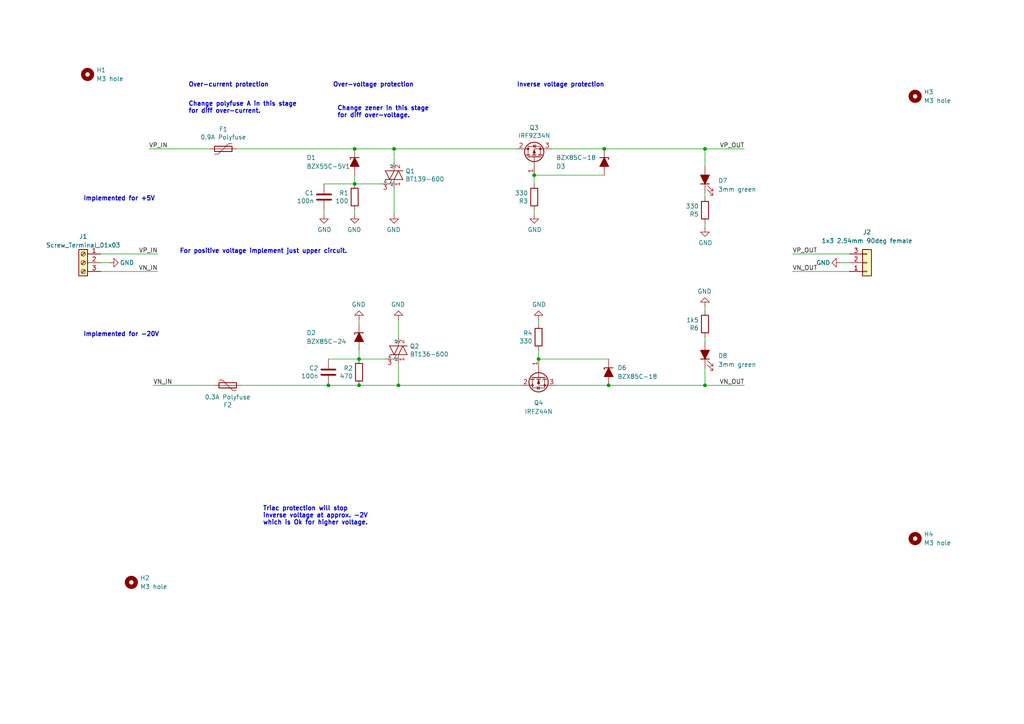
<source format=kicad_sch>
(kicad_sch (version 20211123) (generator eeschema)
  (paper "A4")
  (lib_symbols
    (symbol "Connector:Barrel_Jack_Switch" (pin_names hide)
      (property "Reference" "J" (at 0 5.334 0))
      (property "Value" "Barrel_Jack_Switch" (at 0 -5.08 0))
      (symbol "Barrel_Jack_Switch_0_1"
        (rectangle (start -5.08 3.81) (end 5.08 -3.81) (stroke (width 0.254)) (fill (type background)))
        (arc (start -3.302 3.175) (mid -3.937 2.54) (end -3.302 1.905) (stroke (width 0.254)))
        (arc (start -3.302 3.175) (mid -3.937 2.54) (end -3.302 1.905) (stroke (width 0.254)) (fill (type outline)))
        (polyline (pts (xy 1.27 -2.286) (xy 1.905 -1.651)) (stroke (width 0.254)))
        (polyline (pts (xy 5.08 2.54) (xy 3.81 2.54)) (stroke (width 0.254)))
        (polyline (pts (xy 5.08 0) (xy 1.27 0) (xy 1.27 -2.286) (xy 0.635 -1.651)) (stroke (width 0.254)))
        (polyline (pts (xy -3.81 -2.54) (xy -2.54 -2.54) (xy -1.27 -1.27) (xy 0 -2.54) (xy 2.54 -2.54) (xy 5.08 -2.54)) (stroke (width 0.254)))
        (rectangle (start 3.683 3.175) (end -3.302 1.905) (stroke (width 0.254)) (fill (type outline)))
      )
      (symbol "Barrel_Jack_Switch_1_1"
        (pin passive line (at 7.62 2.54 180) (length 2.54) (name "~") (number "1"))
        (pin passive line (at 7.62 -2.54 180) (length 2.54) (name "~") (number "2"))
        (pin passive line (at 7.62 0 180) (length 2.54) (name "~") (number "3"))
      )
    )
    (symbol "Connector:Screw_Terminal_01x03" (pin_names (offset 1.016) hide)
      (property "Reference" "J" (at 0 5.08 0))
      (property "Value" "Screw_Terminal_01x03" (at 0 -5.08 0))
      (symbol "Screw_Terminal_01x03_1_1"
        (rectangle (start -1.27 3.81) (end 1.27 -3.81) (stroke (width 0.254)) (fill (type background)))
        (circle (center 0 -2.54) (radius 0.635) (stroke (width 0.1524)))
        (polyline (pts (xy -0.5334 -2.2098) (xy 0.3302 -3.048)) (stroke (width 0.1524)))
        (polyline (pts (xy -0.5334 0.3302) (xy 0.3302 -0.508)) (stroke (width 0.1524)))
        (polyline (pts (xy -0.5334 2.8702) (xy 0.3302 2.032)) (stroke (width 0.1524)))
        (polyline (pts (xy -0.3556 -2.032) (xy 0.508 -2.8702)) (stroke (width 0.1524)))
        (polyline (pts (xy -0.3556 0.508) (xy 0.508 -0.3302)) (stroke (width 0.1524)))
        (polyline (pts (xy -0.3556 3.048) (xy 0.508 2.2098)) (stroke (width 0.1524)))
        (circle (center 0 0) (radius 0.635) (stroke (width 0.1524)))
        (circle (center 0 2.54) (radius 0.635) (stroke (width 0.1524)))
        (pin passive line (at -5.08 2.54 0) (length 3.81) (name "Pin_1") (number "1"))
        (pin passive line (at -5.08 0 0) (length 3.81) (name "Pin_2") (number "2"))
        (pin passive line (at -5.08 -2.54 0) (length 3.81) (name "Pin_3") (number "3"))
      )
    )
    (symbol "Connector_Generic:Conn_01x03" (pin_names (offset 1.016) hide)
      (property "Reference" "J" (at 0 5.08 0))
      (property "Value" "Conn_01x03" (at 0 -5.08 0))
      (symbol "Conn_01x03_1_1"
        (rectangle (start -1.27 -2.413) (end 0 -2.667) (stroke (width 0.1524)))
        (rectangle (start -1.27 0.127) (end 0 -0.127) (stroke (width 0.1524)))
        (rectangle (start -1.27 2.667) (end 0 2.413) (stroke (width 0.1524)))
        (rectangle (start -1.27 3.81) (end 1.27 -3.81) (stroke (width 0.254)) (fill (type background)))
        (pin passive line (at -5.08 2.54 0) (length 3.81) (name "Pin_1") (number "1"))
        (pin passive line (at -5.08 0 0) (length 3.81) (name "Pin_2") (number "2"))
        (pin passive line (at -5.08 -2.54 0) (length 3.81) (name "Pin_3") (number "3"))
      )
    )
    (symbol "Device:C" (pin_numbers hide) (pin_names (offset 0.254))
      (property "Reference" "C" (at 0.635 2.54 0))
      (property "Value" "C" (at 0.635 -2.54 0))
      (symbol "C_0_1"
        (polyline (pts (xy -2.032 -0.762) (xy 2.032 -0.762)) (stroke (width 0.508)))
        (polyline (pts (xy -2.032 0.762) (xy 2.032 0.762)) (stroke (width 0.508)))
      )
      (symbol "C_1_1"
        (pin passive line (at 0 3.81 270) (length 2.794) (name "~") (number "1"))
        (pin passive line (at 0 -3.81 90) (length 2.794) (name "~") (number "2"))
      )
    )
    (symbol "Device:D_Zener_Filled" (pin_numbers hide) (pin_names (offset 1.016) hide)
      (property "Reference" "D" (at 0 2.54 0))
      (property "Value" "D_Zener_Filled" (at 0 -2.54 0))
      (symbol "D_Zener_Filled_0_1"
        (polyline (pts (xy 1.27 0) (xy -1.27 0)))
        (polyline (pts (xy -1.27 -1.27) (xy -1.27 1.27) (xy -0.762 1.27)) (stroke (width 0.254)))
        (polyline (pts (xy 1.27 -1.27) (xy 1.27 1.27) (xy -1.27 0) (xy 1.27 -1.27)) (stroke (width 0.254)) (fill (type outline)))
      )
      (symbol "D_Zener_Filled_1_1"
        (pin passive line (at -3.81 0 0) (length 2.54) (name "K") (number "1"))
        (pin passive line (at 3.81 0 180) (length 2.54) (name "A") (number "2"))
      )
    )
    (symbol "Device:LED_Filled" (pin_numbers hide) (pin_names (offset 1.016) hide)
      (property "Reference" "D" (at 0 2.54 0))
      (property "Value" "LED_Filled" (at 0 -2.54 0))
      (symbol "LED_Filled_0_1"
        (polyline (pts (xy -1.27 -1.27) (xy -1.27 1.27)) (stroke (width 0.254)))
        (polyline (pts (xy -1.27 0) (xy 1.27 0)))
        (polyline (pts (xy 1.27 -1.27) (xy 1.27 1.27) (xy -1.27 0) (xy 1.27 -1.27)) (stroke (width 0.254)) (fill (type outline)))
        (polyline (pts (xy -3.048 -0.762) (xy -4.572 -2.286) (xy -3.81 -2.286) (xy -4.572 -2.286) (xy -4.572 -1.524)))
        (polyline (pts (xy -1.778 -0.762) (xy -3.302 -2.286) (xy -2.54 -2.286) (xy -3.302 -2.286) (xy -3.302 -1.524)))
      )
      (symbol "LED_Filled_1_1"
        (pin passive line (at -3.81 0 0) (length 2.54) (name "K") (number "1"))
        (pin passive line (at 3.81 0 180) (length 2.54) (name "A") (number "2"))
      )
    )
    (symbol "Device:Polyfuse" (pin_numbers hide) (pin_names (offset 0))
      (property "Reference" "F" (at -2.54 0 90))
      (property "Value" "Polyfuse" (at 2.54 0 90))
      (symbol "Polyfuse_0_1"
        (rectangle (start -0.762 2.54) (end 0.762 -2.54) (stroke (width 0.254)))
        (polyline (pts (xy 0 2.54) (xy 0 -2.54)))
        (polyline (pts (xy -1.524 2.54) (xy -1.524 1.524) (xy 1.524 -1.524) (xy 1.524 -2.54)))
      )
      (symbol "Polyfuse_1_1"
        (pin passive line (at 0 3.81 270) (length 1.27) (name "~") (number "1"))
        (pin passive line (at 0 -3.81 90) (length 1.27) (name "~") (number "2"))
      )
    )
    (symbol "Device:Q_NMOS_GDS" (pin_names (offset 0) hide)
      (property "Reference" "Q" (at 5.08 1.27 0))
      (property "Value" "Q_NMOS_GDS" (at 5.08 -1.27 0))
      (symbol "Q_NMOS_GDS_0_1"
        (polyline (pts (xy 0.254 0) (xy -2.54 0)))
        (polyline (pts (xy 0.254 1.905) (xy 0.254 -1.905)) (stroke (width 0.254)))
        (polyline (pts (xy 0.762 -1.27) (xy 0.762 -2.286)) (stroke (width 0.254)))
        (polyline (pts (xy 0.762 0.508) (xy 0.762 -0.508)) (stroke (width 0.254)))
        (polyline (pts (xy 0.762 2.286) (xy 0.762 1.27)) (stroke (width 0.254)))
        (polyline (pts (xy 2.54 2.54) (xy 2.54 1.778)))
        (polyline (pts (xy 2.54 -2.54) (xy 2.54 0) (xy 0.762 0)))
        (polyline (pts (xy 0.762 -1.778) (xy 3.302 -1.778) (xy 3.302 1.778) (xy 0.762 1.778)))
        (polyline (pts (xy 1.016 0) (xy 2.032 0.381) (xy 2.032 -0.381) (xy 1.016 0)) (fill (type outline)))
        (polyline (pts (xy 2.794 0.508) (xy 2.921 0.381) (xy 3.683 0.381) (xy 3.81 0.254)))
        (polyline (pts (xy 3.302 0.381) (xy 2.921 -0.254) (xy 3.683 -0.254) (xy 3.302 0.381)))
        (circle (center 1.651 0) (radius 2.794) (stroke (width 0.254)))
        (circle (center 2.54 -1.778) (radius 0.254) (fill (type outline)))
        (circle (center 2.54 1.778) (radius 0.254) (fill (type outline)))
      )
      (symbol "Q_NMOS_GDS_1_1"
        (pin input line (at -5.08 0 0) (length 2.54) (name "G") (number "1"))
        (pin passive line (at 2.54 5.08 270) (length 2.54) (name "D") (number "2"))
        (pin passive line (at 2.54 -5.08 90) (length 2.54) (name "S") (number "3"))
      )
    )
    (symbol "Device:Q_PMOS_GDS" (pin_names (offset 0) hide)
      (property "Reference" "Q" (at 5.08 1.27 0))
      (property "Value" "Q_PMOS_GDS" (at 5.08 -1.27 0))
      (symbol "Q_PMOS_GDS_0_1"
        (polyline (pts (xy 0.254 0) (xy -2.54 0)))
        (polyline (pts (xy 0.254 1.905) (xy 0.254 -1.905)) (stroke (width 0.254)))
        (polyline (pts (xy 0.762 -1.27) (xy 0.762 -2.286)) (stroke (width 0.254)))
        (polyline (pts (xy 0.762 0.508) (xy 0.762 -0.508)) (stroke (width 0.254)))
        (polyline (pts (xy 0.762 2.286) (xy 0.762 1.27)) (stroke (width 0.254)))
        (polyline (pts (xy 2.54 2.54) (xy 2.54 1.778)))
        (polyline (pts (xy 2.54 -2.54) (xy 2.54 0) (xy 0.762 0)))
        (polyline (pts (xy 0.762 1.778) (xy 3.302 1.778) (xy 3.302 -1.778) (xy 0.762 -1.778)))
        (polyline (pts (xy 2.286 0) (xy 1.27 0.381) (xy 1.27 -0.381) (xy 2.286 0)) (fill (type outline)))
        (polyline (pts (xy 2.794 -0.508) (xy 2.921 -0.381) (xy 3.683 -0.381) (xy 3.81 -0.254)))
        (polyline (pts (xy 3.302 -0.381) (xy 2.921 0.254) (xy 3.683 0.254) (xy 3.302 -0.381)))
        (circle (center 1.651 0) (radius 2.794) (stroke (width 0.254)))
        (circle (center 2.54 -1.778) (radius 0.254) (fill (type outline)))
        (circle (center 2.54 1.778) (radius 0.254) (fill (type outline)))
      )
      (symbol "Q_PMOS_GDS_1_1"
        (pin input line (at -5.08 0 0) (length 2.54) (name "G") (number "1"))
        (pin passive line (at 2.54 5.08 270) (length 2.54) (name "D") (number "2"))
        (pin passive line (at 2.54 -5.08 90) (length 2.54) (name "S") (number "3"))
      )
    )
    (symbol "Device:R" (pin_numbers hide) (pin_names (offset 0))
      (property "Reference" "R" (at 2.032 0 90))
      (property "Value" "R" (at 0 0 90))
      (symbol "R_0_1"
        (rectangle (start -1.016 -2.54) (end 1.016 2.54) (stroke (width 0.254)))
      )
      (symbol "R_1_1"
        (pin passive line (at 0 3.81 270) (length 1.27) (name "~") (number "1"))
        (pin passive line (at 0 -3.81 90) (length 1.27) (name "~") (number "2"))
      )
    )
    (symbol "Mechanical:MountingHole" (pin_names (offset 1.016))
      (property "Reference" "H" (at 0 5.08 0))
      (property "Value" "MountingHole" (at 0 3.175 0))
      (symbol "MountingHole_0_1"
        (circle (center 0 0) (radius 1.27) (stroke (width 1.27)))
      )
    )
    (symbol "Triac_Thyristor:BT136-600" (pin_names (offset 0))
      (property "Reference" "Q" (at 5.08 1.905 0))
      (property "Value" "BT136-600" (at 5.08 0 0))
      (symbol "BT136-600_0_1"
        (polyline (pts (xy -2.54 -1.27) (xy 2.54 -1.27)) (stroke (width 0.2032)))
        (polyline (pts (xy -2.54 1.27) (xy 2.54 1.27)) (stroke (width 0.2032)))
        (polyline (pts (xy -1.27 -2.54) (xy -0.635 -1.27)))
        (polyline (pts (xy -2.54 1.27) (xy -1.27 -1.27) (xy 0 1.27)) (stroke (width 0.2032)))
        (polyline (pts (xy 0 -1.27) (xy 1.27 1.27) (xy 2.54 -1.27)) (stroke (width 0.2032)))
      )
      (symbol "BT136-600_1_1"
        (pin passive line (at 0 -3.81 90) (length 2.54) (name "A1") (number "1"))
        (pin passive line (at 0 3.81 270) (length 2.54) (name "A2") (number "2"))
        (pin input line (at -3.81 -2.54 0) (length 2.54) (name "G") (number "3"))
      )
    )
    (symbol "power:+5V" (power) (pin_names (offset 0))
      (property "Value" "+5V" (at 0 3.556 0))
      (symbol "+5V_0_1"
        (polyline (pts (xy -0.762 1.27) (xy 0 2.54)))
        (polyline (pts (xy 0 0) (xy 0 2.54)))
        (polyline (pts (xy 0 2.54) (xy 0.762 1.27)))
      )
      (symbol "+5V_1_1"
        (pin power_in line (at 0 0 90) (length 0) hide (name "+5V") (number "1"))
      )
    )
    (symbol "power:GND" (power) (pin_names (offset 0))
      (property "Value" "GND" (at 0 -3.81 0))
      (symbol "GND_0_1"
        (polyline (pts (xy 0 0) (xy 0 -1.27) (xy 1.27 -1.27) (xy 0 -2.54) (xy -1.27 -1.27) (xy 0 -1.27)))
      )
      (symbol "GND_1_1"
        (pin power_in line (at 0 0 270) (length 0) hide (name "GND") (number "1"))
      )
    )
  )
  (junction (at 175.26 -39.37))
  (junction (at 154.94 50.8))
  (junction (at 95.25 111.76))
  (junction (at 163.83 -29.21))
  (junction (at 115.57 111.76))
  (junction (at 114.3 43.18))
  (junction (at 104.14 104.14))
  (junction (at 175.26 43.18))
  (junction (at 104.14 111.76))
  (junction (at 204.47 43.18))
  (junction (at 156.21 104.14))
  (junction (at 204.47 111.76))
  (junction (at 163.83 -39.37))
  (junction (at 102.87 43.18))
  (junction (at 102.87 53.34))
  (junction (at 176.53 111.76))
  (wire (pts (xy 60.96 43.18) (xy 43.18 43.18)))
  (wire (pts (xy 204.47 66.04) (xy 204.47 64.77)))
  (wire (pts (xy 31.75 76.2) (xy 29.21 76.2)))
  (wire (pts (xy 102.87 50.8) (xy 102.87 53.34)))
  (wire (pts (xy 204.47 111.76) (xy 215.9 111.76)))
  (wire (pts (xy 204.47 106.68) (xy 204.47 111.76)))
  (wire (pts (xy 104.14 101.6) (xy 104.14 104.14)))
  (wire (pts (xy 154.94 53.34) (xy 154.94 50.8)))
  (wire (pts (xy 161.29 111.76) (xy 176.53 111.76)))
  (wire (pts (xy 102.87 43.18) (xy 114.3 43.18)))
  (wire (pts (xy 95.25 104.14) (xy 104.14 104.14)))
  (wire (pts (xy 104.14 111.76) (xy 115.57 111.76)))
  (wire (pts (xy 154.94 -20.32) (xy 154.94 -21.59)))
  (wire (pts (xy 163.83 -31.75) (xy 163.83 -29.21)))
  (wire (pts (xy 93.98 62.23) (xy 93.98 60.96)))
  (wire (pts (xy 104.14 92.71) (xy 104.14 93.98)))
  (wire (pts (xy 175.26 -35.56) (xy 175.26 -39.37)))
  (wire (pts (xy 204.47 43.18) (xy 204.47 48.26)))
  (wire (pts (xy 114.3 46.99) (xy 114.3 43.18)))
  (wire (pts (xy 160.02 43.18) (xy 175.26 43.18)))
  (wire (pts (xy 147.32 -39.37) (xy 163.83 -39.37)))
  (wire (pts (xy 95.25 111.76) (xy 104.14 111.76)))
  (wire (pts (xy 163.83 -20.32) (xy 163.83 -21.59)))
  (wire (pts (xy 204.47 43.18) (xy 215.9 43.18)))
  (wire (pts (xy 93.98 53.34) (xy 102.87 53.34)))
  (wire (pts (xy 163.83 -39.37) (xy 175.26 -39.37)))
  (wire (pts (xy 102.87 62.23) (xy 102.87 60.96)))
  (wire (pts (xy 110.49 53.34) (xy 102.87 53.34)))
  (wire (pts (xy 115.57 92.71) (xy 115.57 97.79)))
  (wire (pts (xy 29.21 78.74) (xy 45.72 78.74)))
  (wire (pts (xy 175.26 43.18) (xy 204.47 43.18)))
  (wire (pts (xy 29.21 73.66) (xy 45.72 73.66)))
  (wire (pts (xy 176.53 111.76) (xy 204.47 111.76)))
  (wire (pts (xy 139.7 -39.37) (xy 118.11 -39.37)))
  (wire (pts (xy 175.26 -20.32) (xy 175.26 -27.94)))
  (wire (pts (xy 204.47 88.9) (xy 204.47 90.17)))
  (wire (pts (xy 114.3 62.23) (xy 114.3 54.61)))
  (wire (pts (xy 118.11 -36.83) (xy 134.62 -36.83)))
  (wire (pts (xy 154.94 50.8) (xy 175.26 50.8)))
  (wire (pts (xy 69.85 111.76) (xy 95.25 111.76)))
  (wire (pts (xy 156.21 101.6) (xy 156.21 104.14)))
  (wire (pts (xy 118.11 -34.29) (xy 124.46 -34.29)))
  (wire (pts (xy 156.21 92.71) (xy 156.21 93.98)))
  (wire (pts (xy 243.84 76.2) (xy 246.38 76.2)))
  (wire (pts (xy 171.45 -29.21) (xy 163.83 -29.21)))
  (wire (pts (xy 246.38 78.74) (xy 229.87 78.74)))
  (wire (pts (xy 68.58 43.18) (xy 102.87 43.18)))
  (wire (pts (xy 156.21 104.14) (xy 176.53 104.14)))
  (wire (pts (xy 115.57 111.76) (xy 151.13 111.76)))
  (wire (pts (xy 154.94 62.23) (xy 154.94 60.96)))
  (wire (pts (xy 154.94 -29.21) (xy 163.83 -29.21)))
  (wire (pts (xy 115.57 105.41) (xy 115.57 111.76)))
  (wire (pts (xy 111.76 104.14) (xy 104.14 104.14)))
  (wire (pts (xy 114.3 43.18) (xy 149.86 43.18)))
  (wire (pts (xy 204.47 55.88) (xy 204.47 57.15)))
  (wire (pts (xy 246.38 73.66) (xy 229.87 73.66)))
  (wire (pts (xy 175.26 -39.37) (xy 179.07 -39.37)))
  (wire (pts (xy 62.23 111.76) (xy 44.45 111.76)))
  (wire (pts (xy 204.47 99.06) (xy 204.47 97.79)))
  (text "Implemented for +5V" (at 24.13 58.42 0) (effects (font (size 1.27 1.27) (thickness 0.254) bold) (justify left bottom)))
  (text "Triac protection will stop\ninverse voltage at approx. -2V\nwhich is Ok for higher voltage." (at 76.2 152.4 0) (effects (font (size 1.27 1.27) (thickness 0.254) bold) (justify left bottom)))
  (text "Change zener in this stage\nfor diff over-voltage." (at 97.79 34.29 0) (effects (font (size 1.27 1.27) (thickness 0.254) bold) (justify left bottom)))
  (text "Inverse voltage protection" (at 149.86 25.4 0) (effects (font (size 1.27 1.27) (thickness 0.254) bold) (justify left bottom)))
  (text "Over-current protection" (at 54.61 25.4 0) (effects (font (size 1.27 1.27) (thickness 0.254) bold) (justify left bottom)))
  (text "pin 3 is connected to GND when there is no power plugged" (at 90.17 -50.8 0) (effects (font (size 1.27 1.27)) (justify left bottom)))
  (text "For positive voltage implement just upper circuit." (at 52.07 73.66 0) (effects (font (size 1.27 1.27) (thickness 0.254) bold) (justify left bottom)))
  (text "Change polyfuse A in this stage\nfor diff over-current." (at 54.61 33.02 0) (effects (font (size 1.27 1.27) (thickness 0.254) bold) (justify left bottom)))
  (text "Over voltage protection" (at 157.48 -45.72 0) (effects (font (size 1.27 1.27)) (justify left bottom)))
  (text "Over-voltage protection" (at 96.52 25.4 0) (effects (font (size 1.27 1.27) (thickness 0.254) bold) (justify left bottom)))
  (text "Implemented for -20V" (at 24.13 97.79 0) (effects (font (size 1.27 1.27) (thickness 0.254) bold) (justify left bottom)))
  (label "VP_IN" (at 43.18 43.18 0))
  (label "VN_OUT" (at 215.9 111.76 180))
  (label "N_EN_BATT" (at 134.62 -36.83 180))
  (label "VN_OUT" (at 229.87 78.74 0))
  (label "VP_OUT" (at 215.9 43.18 180))
  (label "VP_IN" (at 45.72 73.66 180))
  (label "VN_IN" (at 45.72 78.74 180))
  (label "VN_IN" (at 44.45 111.76 0))
  (label "VP_OUT" (at 229.87 73.66 0))
  (symbol (lib_id "Connector:Screw_Terminal_01x03") (at 24.13 76.2 0) (mirror y) (unit 1)
    (property "Reference" "J1" (at 24.13 68.58 0))
    (property "Value" "Screw_Terminal_01x03" (at 24.13 71.12 0))
    (property "Footprint" "TerminalBlock:TerminalBlock_bornier-3_P5.08mm" (effects hide))
  )
  (symbol (lib_id "power:GND") (at 31.75 76.2 90) (unit 1)
    (property "Reference" "#PWR01" (effects hide))
    (property "Value" "GND" (at 36.83 76.2 90))
  )
  (symbol (lib_id "Device:Q_PMOS_GDS") (at 154.94 45.72 90) (unit 1)
    (property "Reference" "Q3" (at 154.94 37.0332 90))
    (property "Value" "IRF9Z34N" (at 154.94 39.3446 90))
    (property "Footprint" "Package_TO_SOT_THT:TO-220-3_Vertical" (effects hide))
  )
  (symbol (lib_id "Device:Polyfuse") (at 64.77 43.18 270) (unit 1)
    (property "Reference" "F1" (at 64.77 37.465 90))
    (property "Value" "0.9A Polyfuse" (at 64.77 39.7764 90))
    (property "Footprint" "For_Rasterboard:C_Disc_D3.0mm_W1.6mm_Pinf" (effects hide))
    (property "MFN" "MF-R090" (effects hide))
    (property "OC" "OS PTC 0.9A" (effects hide))
    (property "Distributor" "Orbit" (effects hide))
  )
  (symbol (lib_id "Triac_Thyristor:BT136-600") (at 114.3 50.8 0) (unit 1)
    (property "Reference" "Q1" (at 117.5766 49.6316 0) (effects (justify left)))
    (property "Value" "BT139-600" (at 117.5766 51.943 0) (effects (justify left)))
    (property "Footprint" "Package_TO_SOT_THT:TO-220-3_Vertical" (effects hide))
    (property "Datasheet" "http://www.micropik.com/PDF/BT136-600.pdf" (effects hide))
  )
  (symbol (lib_id "Device:R") (at 102.87 57.15 0) (mirror y) (unit 1)
    (property "Reference" "R1" (at 101.092 55.9816 0) (effects (justify left)))
    (property "Value" "100" (at 101.092 58.293 0) (effects (justify left)))
    (property "Footprint" "For_Rasterboard:R_Axial_DIN0207_L6.3mm_D2.5mm_P5.08mm_Vertical" (effects hide))
  )
  (symbol (lib_id "power:GND") (at 114.3 62.23 0) (mirror y) (unit 1)
    (property "Reference" "#PWR05" (effects hide))
    (property "Value" "GND" (at 114.173 66.6242 0))
  )
  (symbol (lib_id "power:GND") (at 102.87 62.23 0) (mirror y) (unit 1)
    (property "Reference" "#PWR03" (effects hide))
    (property "Value" "GND" (at 102.743 66.6242 0))
  )
  (symbol (lib_id "Device:C") (at 93.98 57.15 0) (mirror x) (unit 1)
    (property "Reference" "C1" (at 91.0844 55.9816 0) (effects (justify right)))
    (property "Value" "100n" (at 91.0844 58.293 0) (effects (justify right)))
    (property "Footprint" "For_Rasterboard:C_Disc_D3.0mm_W1.6mm_P5.00mm" (effects hide))
  )
  (symbol (lib_id "power:GND") (at 93.98 62.23 0) (unit 1)
    (property "Reference" "#PWR02" (effects hide))
    (property "Value" "GND" (at 94.107 66.6242 0))
  )
  (symbol (lib_id "power:+5V") (at 179.07 -39.37 270) (unit 1)
    (property "Reference" "#PWR?" (effects hide))
    (property "Value" "+5V" (at 182.88 -39.3701 90) (effects (justify left)))
  )
  (symbol (lib_id "Device:Q_NMOS_GDS") (at 156.21 109.22 90) (mirror x) (unit 1)
    (property "Reference" "Q4" (at 156.21 116.84 90))
    (property "Value" "IRFZ44N" (at 156.21 119.38 90))
    (property "Footprint" "Package_TO_SOT_THT:TO-220-3_Vertical" (effects hide))
  )
  (symbol (lib_id "Mechanical:MountingHole") (at 265.43 156.21 0) (unit 1)
    (property "Reference" "H4" (at 267.97 154.9399 0) (effects (justify left)))
    (property "Value" "M3 hole" (at 267.97 157.4799 0) (effects (justify left)))
    (property "Footprint" "MountingHole:MountingHole_3.2mm_M3" (effects hide))
  )
  (symbol (lib_id "power:GND") (at 163.83 -20.32 0) (mirror y) (unit 1)
    (property "Reference" "#PWR?" (effects hide))
    (property "Value" "GND" (at 163.703 -15.9258 0))
  )
  (symbol (lib_id "power:GND") (at 156.21 92.71 0) (mirror x) (unit 1)
    (property "Reference" "#PWR08" (effects hide))
    (property "Value" "GND" (at 156.337 88.3158 0))
  )
  (symbol (lib_id "Device:LED_Filled") (at 204.47 102.87 90) (unit 1)
    (property "Reference" "D8" (at 208.28 103.1874 90) (effects (justify right)))
    (property "Value" "3mm green" (at 208.28 105.7274 90) (effects (justify right)))
    (property "Footprint" "For_Rasterboard:LED_D3.0mm_Pinf" (effects hide))
  )
  (symbol (lib_id "Connector:Barrel_Jack_Switch") (at 110.49 -36.83 0) (unit 1)
    (property "Reference" "J?" (at 110.49 -45.72 0))
    (property "Value" "Barrel_Jack_Switch" (at 110.49 -43.18 0))
    (property "Footprint" "Connector_BarrelJack:BarrelJack_Horizontal" (effects hide))
    (property "Vomment" "5V only" (at 110.49 -29.21 0))
  )
  (symbol (lib_id "Device:D_Zener_Filled") (at 175.26 46.99 270) (unit 1)
    (property "Reference" "D3" (at 161.29 48.26 90) (effects (justify left)))
    (property "Value" "BZX85C-18" (at 161.29 45.72 90) (effects (justify left)))
    (property "Footprint" "For_Rasterboard:D_DO-41_SOD81_P2.54mm_Vertical_KathodeUp" (effects hide))
  )
  (symbol (lib_id "Device:D_Zener_Filled") (at 104.14 97.79 90) (mirror x) (unit 1)
    (property "Reference" "D2" (at 88.9 96.52 90) (effects (justify right)))
    (property "Value" "BZX85C-24" (at 88.9 99.06 90) (effects (justify right)))
    (property "Footprint" "For_Rasterboard:D_DO-41_SOD81_P2.54mm_Vertical_KathodeUp" (effects hide))
  )
  (symbol (lib_id "Device:C") (at 95.25 107.95 0) (mirror x) (unit 1)
    (property "Reference" "C2" (at 92.3544 106.7816 0) (effects (justify right)))
    (property "Value" "100n" (at 92.3544 109.093 0) (effects (justify right)))
    (property "Footprint" "For_Rasterboard:C_Disc_D3.0mm_W1.6mm_P5.00mm" (effects hide))
  )
  (symbol (lib_id "Device:R") (at 156.21 97.79 0) (mirror y) (unit 1)
    (property "Reference" "R4" (at 154.432 96.6216 0) (effects (justify left)))
    (property "Value" "330" (at 154.432 98.933 0) (effects (justify left)))
    (property "Footprint" "For_Rasterboard:R_Axial_DIN0207_L6.3mm_D2.5mm_P7.62mm_Horizontal" (effects hide))
  )
  (symbol (lib_id "power:GND") (at 204.47 88.9 180) (unit 1)
    (property "Reference" "#PWR012" (effects hide))
    (property "Value" "GND" (at 204.343 84.5058 0))
  )
  (symbol (lib_id "Device:D_Zener_Filled") (at 102.87 46.99 90) (mirror x) (unit 1)
    (property "Reference" "D1" (at 88.9 45.72 90) (effects (justify right)))
    (property "Value" "BZX55C-5V1" (at 88.9 48.26 90) (effects (justify right)))
    (property "Footprint" "For_Rasterboard:D_DO-41_SOD81_P2.54mm_Vertical_KathodeUp" (effects hide))
  )
  (symbol (lib_id "Device:D_Zener_Filled") (at 163.83 -35.56 90) (mirror x) (unit 1)
    (property "Reference" "D?" (at 149.86 -36.83 90) (effects (justify right)))
    (property "Value" "BZX55C-5V1" (at 149.86 -34.29 90) (effects (justify right)))
    (property "Footprint" "For_Rasterboard:D_DO-41_SOD81_P2.54mm_Vertical_KathodeUp" (effects hide))
  )
  (symbol (lib_id "power:GND") (at 154.94 62.23 0) (unit 1)
    (property "Reference" "#PWR07" (effects hide))
    (property "Value" "GND" (at 155.067 66.6242 0))
  )
  (symbol (lib_id "Device:R") (at 204.47 60.96 180) (unit 1)
    (property "Reference" "R5" (at 202.692 62.1284 0) (effects (justify left)))
    (property "Value" "330" (at 202.692 59.817 0) (effects (justify left)))
    (property "Footprint" "For_Rasterboard:R_Axial_DIN0207_L6.3mm_D2.5mm_P5.08mm_Vertical" (effects hide))
  )
  (symbol (lib_id "Connector_Generic:Conn_01x03") (at 251.46 76.2 0) (mirror x) (unit 1)
    (property "Reference" "J2" (at 251.46 67.31 0))
    (property "Value" "1x3 2.54mm 90deg female" (at 251.46 69.85 0))
    (property "Footprint" "Connector_PinSocket_2.54mm:PinSocket_1x03_P2.54mm_Horizontal" (effects hide))
  )
  (symbol (lib_id "Device:D_Zener_Filled") (at 176.53 107.95 90) (mirror x) (unit 1)
    (property "Reference" "D6" (at 179.07 106.6799 90) (effects (justify right)))
    (property "Value" "BZX85C-18" (at 179.07 109.2199 90) (effects (justify right)))
    (property "Footprint" "For_Rasterboard:D_DO-41_SOD81_P5.08mm_Vertical_KathodeUp" (effects hide))
  )
  (symbol (lib_id "Triac_Thyristor:BT136-600") (at 175.26 -31.75 0) (unit 1)
    (property "Reference" "Q?" (at 178.5366 -32.9184 0) (effects (justify left)))
    (property "Value" "BT139-600" (at 178.5366 -30.607 0) (effects (justify left)))
    (property "Footprint" "Package_TO_SOT_THT:TO-220-3_Vertical" (effects hide))
    (property "Datasheet" "http://www.micropik.com/PDF/BT136-600.pdf" (effects hide))
  )
  (symbol (lib_id "Device:R") (at 204.47 93.98 180) (unit 1)
    (property "Reference" "R6" (at 202.692 95.1484 0) (effects (justify left)))
    (property "Value" "1k5" (at 202.692 92.837 0) (effects (justify left)))
    (property "Footprint" "For_Rasterboard:R_Axial_DIN0207_L6.3mm_D2.5mm_P5.08mm_Vertical" (effects hide))
  )
  (symbol (lib_id "power:GND") (at 204.47 66.04 0) (unit 1)
    (property "Reference" "#PWR011" (effects hide))
    (property "Value" "GND" (at 204.597 70.4342 0))
  )
  (symbol (lib_id "Mechanical:MountingHole") (at 265.43 27.94 0) (unit 1)
    (property "Reference" "H3" (at 267.97 26.6699 0) (effects (justify left)))
    (property "Value" "M3 hole" (at 267.97 29.2099 0) (effects (justify left)))
    (property "Footprint" "MountingHole:MountingHole_3.2mm_M3" (effects hide))
  )
  (symbol (lib_id "power:GND") (at 115.57 92.71 180) (unit 1)
    (property "Reference" "#PWR06" (effects hide))
    (property "Value" "GND" (at 115.443 88.3158 0))
  )
  (symbol (lib_id "Device:Polyfuse") (at 66.04 111.76 270) (mirror x) (unit 1)
    (property "Reference" "F2" (at 66.04 117.475 90))
    (property "Value" "0.3A Polyfuse" (at 66.04 115.1636 90))
    (property "Footprint" "For_Rasterboard:C_Disc_D3.0mm_W1.6mm_Pinf" (effects hide))
    (property "MFN" "MF-R030" (effects hide))
    (property "OC" "OS PTC 0.3A" (effects hide))
    (property "Distributor" "Orbit" (effects hide))
  )
  (symbol (lib_id "Device:R") (at 154.94 57.15 180) (unit 1)
    (property "Reference" "R3" (at 153.162 58.3184 0) (effects (justify left)))
    (property "Value" "330" (at 153.162 56.007 0) (effects (justify left)))
    (property "Footprint" "For_Rasterboard:R_Axial_DIN0207_L6.3mm_D2.5mm_P5.08mm_Vertical" (effects hide))
  )
  (symbol (lib_id "Device:LED_Filled") (at 204.47 52.07 90) (unit 1)
    (property "Reference" "D7" (at 208.28 52.3874 90) (effects (justify right)))
    (property "Value" "3mm green" (at 208.28 54.9274 90) (effects (justify right)))
    (property "Footprint" "For_Rasterboard:LED_D3.0mm_Pinf" (effects hide))
  )
  (symbol (lib_id "Device:Polyfuse") (at 143.51 -39.37 270) (unit 1)
    (property "Reference" "F?" (at 143.51 -45.085 90))
    (property "Value" "1.85A Polyfuse" (at 143.51 -42.7736 90))
    (property "Footprint" "For_Rasterboard:C_Disc_D3.0mm_W1.6mm_Pinf" (effects hide))
    (property "MFN" "MF-R185" (effects hide))
    (property "Distributor" "Orbit" (effects hide))
  )
  (symbol (lib_id "power:GND") (at 175.26 -20.32 0) (mirror y) (unit 1)
    (property "Reference" "#PWR?" (effects hide))
    (property "Value" "GND" (at 175.133 -15.9258 0))
  )
  (symbol (lib_id "Device:R") (at 163.83 -25.4 0) (mirror y) (unit 1)
    (property "Reference" "R?" (at 162.052 -26.5684 0) (effects (justify left)))
    (property "Value" "100" (at 162.052 -24.257 0) (effects (justify left)))
    (property "Footprint" "For_Rasterboard:R_Axial_DIN0207_L6.3mm_D2.5mm_P5.08mm_Vertical" (effects hide))
  )
  (symbol (lib_id "Device:C") (at 154.94 -25.4 0) (mirror x) (unit 1)
    (property "Reference" "C?" (at 152.0444 -26.5684 0) (effects (justify right)))
    (property "Value" "100n" (at 152.0444 -24.257 0) (effects (justify right)))
    (property "Footprint" "For_Rasterboard:C_Disc_D3.0mm_W1.6mm_P5.00mm" (effects hide))
  )
  (symbol (lib_id "Mechanical:MountingHole") (at 25.4 21.59 0) (unit 1)
    (property "Reference" "H1" (at 27.94 20.3199 0) (effects (justify left)))
    (property "Value" "M3 hole" (at 27.94 22.8599 0) (effects (justify left)))
    (property "Footprint" "MountingHole:MountingHole_3.2mm_M3" (effects hide))
  )
  (symbol (lib_id "power:GND") (at 243.84 76.2 270) (mirror x) (unit 1)
    (property "Reference" "#PWR013" (effects hide))
    (property "Value" "GND" (at 238.76 76.2 90))
  )
  (symbol (lib_id "power:GND") (at 124.46 -34.29 90) (unit 1)
    (property "Reference" "#PWR?" (effects hide))
    (property "Value" "GND" (at 128.27 -34.2901 90) (effects (justify right)))
  )
  (symbol (lib_id "power:GND") (at 154.94 -20.32 0) (unit 1)
    (property "Reference" "#PWR?" (effects hide))
    (property "Value" "GND" (at 155.067 -15.9258 0))
  )
  (symbol (lib_id "power:GND") (at 104.14 92.71 180) (unit 1)
    (property "Reference" "#PWR04" (effects hide))
    (property "Value" "GND" (at 104.013 88.3158 0))
  )
  (symbol (lib_id "Triac_Thyristor:BT136-600") (at 115.57 101.6 0) (unit 1)
    (property "Reference" "Q2" (at 118.8466 100.4316 0) (effects (justify left)))
    (property "Value" "BT136-600" (at 118.8466 102.743 0) (effects (justify left)))
    (property "Footprint" "Package_TO_SOT_THT:TO-220-3_Vertical" (effects hide))
    (property "Datasheet" "http://www.micropik.com/PDF/BT136-600.pdf" (effects hide))
  )
  (symbol (lib_id "Mechanical:MountingHole") (at 38.1 168.91 0) (unit 1)
    (property "Reference" "H2" (at 40.64 167.6399 0) (effects (justify left)))
    (property "Value" "M3 hole" (at 40.64 170.1799 0) (effects (justify left)))
    (property "Footprint" "MountingHole:MountingHole_3.2mm_M3" (effects hide))
  )
  (symbol (lib_id "Device:R") (at 104.14 107.95 0) (mirror y) (unit 1)
    (property "Reference" "R2" (at 102.362 106.7816 0) (effects (justify left)))
    (property "Value" "470" (at 102.362 109.093 0) (effects (justify left)))
    (property "Footprint" "For_Rasterboard:R_Axial_DIN0207_L6.3mm_D2.5mm_P5.08mm_Vertical" (effects hide))
  )
)
</source>
